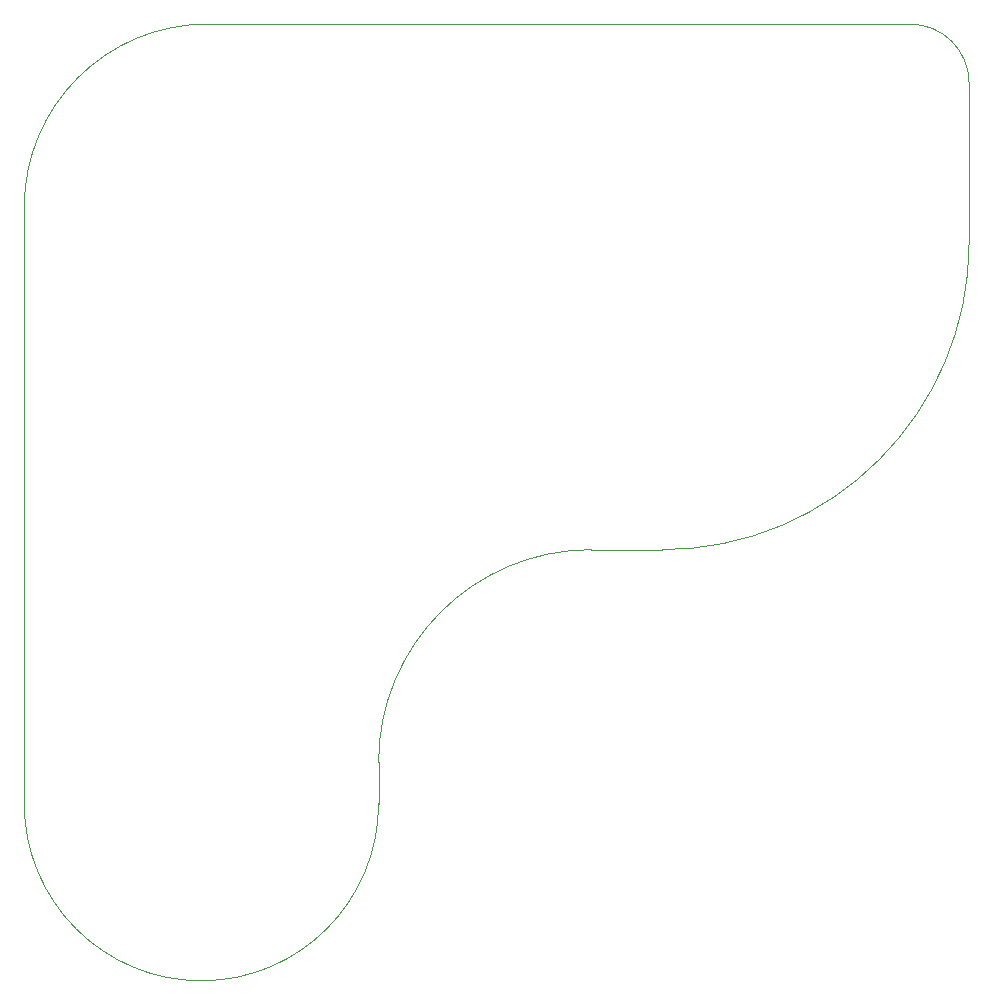
<source format=gbr>
G04 #@! TF.GenerationSoftware,KiCad,Pcbnew,5.1.10-1.fc34*
G04 #@! TF.CreationDate,2021-06-07T07:51:00+01:00*
G04 #@! TF.ProjectId,A1000,41313030-302e-46b6-9963-61645f706362,rev?*
G04 #@! TF.SameCoordinates,Original*
G04 #@! TF.FileFunction,Profile,NP*
%FSLAX46Y46*%
G04 Gerber Fmt 4.6, Leading zero omitted, Abs format (unit mm)*
G04 Created by KiCad (PCBNEW 5.1.10-1.fc34) date 2021-06-07 07:51:00*
%MOMM*%
%LPD*%
G01*
G04 APERTURE LIST*
G04 #@! TA.AperFunction,Profile*
%ADD10C,0.100000*%
G04 #@! TD*
G04 #@! TA.AperFunction,Profile*
%ADD11C,0.050000*%
G04 #@! TD*
G04 APERTURE END LIST*
D10*
X142500000Y-55250000D02*
G75*
G02*
X147500000Y-60250000I0J-5000000D01*
G01*
X67500000Y-70750000D02*
G75*
G02*
X83000000Y-55250000I15500000J0D01*
G01*
D11*
X97500000Y-121250000D02*
G75*
G02*
X67500000Y-121250000I-15000000J0D01*
G01*
X97500000Y-117750000D02*
G75*
G02*
X115500000Y-99750000I18000000J0D01*
G01*
X147500000Y-73750000D02*
G75*
G02*
X121500000Y-99750000I-26000000J0D01*
G01*
D10*
X147500000Y-60250000D02*
X147500000Y-73750000D01*
X83000000Y-55250000D02*
X142500000Y-55250000D01*
X67500000Y-121250000D02*
X67500000Y-70750000D01*
X97500000Y-117750000D02*
X97500000Y-121250000D01*
X121500000Y-99750000D02*
X115500000Y-99750000D01*
M02*

</source>
